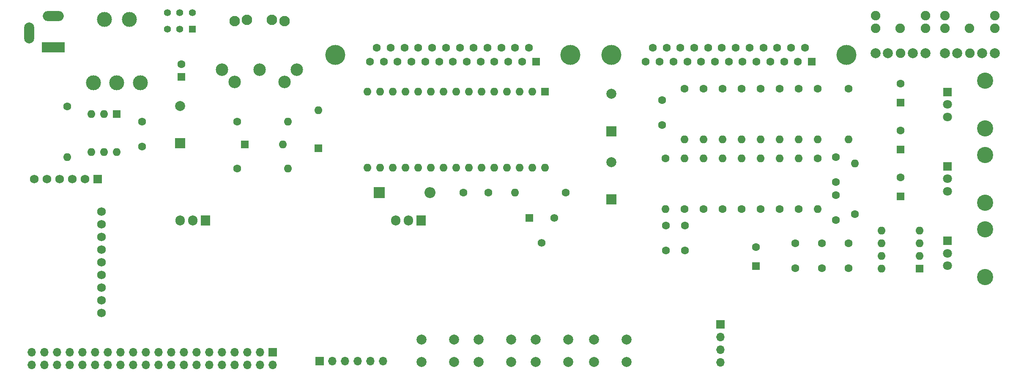
<source format=gbr>
%TF.GenerationSoftware,KiCad,Pcbnew,(6.0.10)*%
%TF.CreationDate,2023-01-11T22:52:15+03:00*%
%TF.ProjectId,my_pcb,6d795f70-6362-42e6-9b69-6361645f7063,rev?*%
%TF.SameCoordinates,Original*%
%TF.FileFunction,Soldermask,Bot*%
%TF.FilePolarity,Negative*%
%FSLAX46Y46*%
G04 Gerber Fmt 4.6, Leading zero omitted, Abs format (unit mm)*
G04 Created by KiCad (PCBNEW (6.0.10)) date 2023-01-11 22:52:15*
%MOMM*%
%LPD*%
G01*
G04 APERTURE LIST*
%ADD10R,1.600000X1.600000*%
%ADD11O,1.600000X1.600000*%
%ADD12C,2.000000*%
%ADD13C,1.600000*%
%ADD14R,1.700000X1.700000*%
%ADD15O,1.700000X1.700000*%
%ADD16C,3.240000*%
%ADD17R,1.800000X1.800000*%
%ADD18C,1.800000*%
%ADD19R,2.000000X2.000000*%
%ADD20R,1.560000X1.560000*%
%ADD21C,1.560000*%
%ADD22R,1.905000X2.000000*%
%ADD23O,1.905000X2.000000*%
%ADD24C,1.900000*%
%ADD25C,2.100000*%
%ADD26C,2.500000*%
%ADD27C,4.000000*%
%ADD28R,1.400000X1.400000*%
%ADD29C,1.400000*%
%ADD30R,1.750000X1.750000*%
%ADD31C,1.750000*%
%ADD32R,2.200000X2.200000*%
%ADD33O,2.200000X2.200000*%
%ADD34R,4.600000X2.000000*%
%ADD35O,4.200000X2.000000*%
%ADD36O,2.000000X4.200000*%
%ADD37C,3.000000*%
G04 APERTURE END LIST*
D10*
%TO.C,U2*%
X171970325Y-68936349D03*
D11*
X169430325Y-68936349D03*
X166890325Y-68936349D03*
X164350325Y-68936349D03*
X161810325Y-68936349D03*
X159270325Y-68936349D03*
X156730325Y-68936349D03*
X154190325Y-68936349D03*
X151650325Y-68936349D03*
X149110325Y-68936349D03*
X146570325Y-68936349D03*
X144030325Y-68936349D03*
X141490325Y-68936349D03*
X138950325Y-68936349D03*
X136410325Y-68936349D03*
X136410325Y-84176349D03*
X138950325Y-84176349D03*
X141490325Y-84176349D03*
X144030325Y-84176349D03*
X146570325Y-84176349D03*
X149110325Y-84176349D03*
X151650325Y-84176349D03*
X154190325Y-84176349D03*
X156730325Y-84176349D03*
X159270325Y-84176349D03*
X161810325Y-84176349D03*
X164350325Y-84176349D03*
X166890325Y-84176349D03*
X169430325Y-84176349D03*
X171970325Y-84176349D03*
%TD*%
D12*
%TO.C,SW6*%
X176617325Y-118629349D03*
X170117325Y-118629349D03*
X176617325Y-123129349D03*
X170117325Y-123129349D03*
%TD*%
D13*
%TO.C,R2*%
X110375325Y-84303349D03*
D11*
X120535325Y-84303349D03*
%TD*%
D13*
%TO.C,R4*%
X199910325Y-68301349D03*
D11*
X199910325Y-78461349D03*
%TD*%
D13*
%TO.C,C15*%
X230263325Y-94677349D03*
X230263325Y-89677349D03*
%TD*%
D14*
%TO.C,J9*%
X207149325Y-115555349D03*
D15*
X207149325Y-118095349D03*
X207149325Y-120635349D03*
X207149325Y-123175349D03*
%TD*%
D16*
%TO.C,RV2*%
X260105325Y-76276349D03*
X260105325Y-66676349D03*
D17*
X252605325Y-68976349D03*
D18*
X252605325Y-71476349D03*
X252605325Y-73976349D03*
%TD*%
D12*
%TO.C,SW3*%
X153757325Y-118629349D03*
X147257325Y-118629349D03*
X147257325Y-123129349D03*
X153757325Y-123129349D03*
%TD*%
D19*
%TO.C,C1*%
X98945325Y-79285026D03*
D12*
X98945325Y-71785026D03*
%TD*%
D13*
%TO.C,R16*%
X199910325Y-92431349D03*
D11*
X199910325Y-82271349D03*
%TD*%
D20*
%TO.C,RV3*%
X168835325Y-94255349D03*
D21*
X171335325Y-99255349D03*
X173835325Y-94255349D03*
%TD*%
D14*
%TO.C,J8*%
X126885325Y-122911349D03*
D15*
X129425325Y-122911349D03*
X131965325Y-122911349D03*
X134505325Y-122911349D03*
X137045325Y-122911349D03*
X139585325Y-122911349D03*
%TD*%
D13*
%TO.C,C12*%
X200037325Y-95773349D03*
X200037325Y-100773349D03*
%TD*%
%TO.C,R13*%
X222770325Y-68301349D03*
D11*
X222770325Y-78461349D03*
%TD*%
D13*
%TO.C,R22*%
X234073325Y-93447349D03*
D11*
X234073325Y-83287349D03*
%TD*%
D13*
%TO.C,R20*%
X211340325Y-92431349D03*
D11*
X211340325Y-82271349D03*
%TD*%
D13*
%TO.C,C17*%
X227469325Y-99329349D03*
X227469325Y-104329349D03*
%TD*%
%TO.C,R5*%
X215150325Y-68301349D03*
D11*
X215150325Y-78461349D03*
%TD*%
D13*
%TO.C,C16*%
X222135325Y-99329349D03*
X222135325Y-104329349D03*
%TD*%
%TO.C,R17*%
X203720325Y-92431349D03*
D11*
X203720325Y-82271349D03*
%TD*%
D22*
%TO.C,U3*%
X104000000Y-94717349D03*
D23*
X101460000Y-94717349D03*
X98920000Y-94717349D03*
%TD*%
D10*
%TO.C,C18*%
X243217325Y-89877953D03*
D13*
X243217325Y-86077953D03*
%TD*%
%TO.C,C5*%
X195465325Y-75627349D03*
X195465325Y-70627349D03*
%TD*%
%TO.C,R9*%
X203720325Y-68301349D03*
D11*
X203720325Y-78461349D03*
%TD*%
D13*
%TO.C,R12*%
X226580325Y-82271349D03*
D11*
X226580325Y-92431349D03*
%TD*%
D10*
%TO.C,U5*%
X247017325Y-104359349D03*
D11*
X247017325Y-101819349D03*
X247017325Y-99279349D03*
X247017325Y-96739349D03*
X239397325Y-96739349D03*
X239397325Y-99279349D03*
X239397325Y-101819349D03*
X239397325Y-104359349D03*
%TD*%
D22*
%TO.C,U4*%
X147205325Y-94717349D03*
D23*
X144665325Y-94717349D03*
X142125325Y-94717349D03*
%TD*%
D13*
%TO.C,R14*%
X218960325Y-68301349D03*
D11*
X218960325Y-78461349D03*
%TD*%
D13*
%TO.C,R3*%
X110375325Y-74905349D03*
D11*
X120535325Y-74905349D03*
%TD*%
D13*
%TO.C,C3*%
X91325325Y-79945349D03*
X91325325Y-74945349D03*
%TD*%
%TO.C,R18*%
X215150325Y-92431349D03*
D11*
X215150325Y-82271349D03*
%TD*%
D24*
%TO.C,J4*%
X257060325Y-61196349D03*
X262060325Y-53696349D03*
X252060325Y-53696349D03*
X252060325Y-56196349D03*
X262060325Y-56196349D03*
X256980325Y-56236349D03*
D12*
X262060325Y-61196349D03*
X259560325Y-61196349D03*
X254560325Y-61196349D03*
X252060325Y-61196349D03*
%TD*%
D13*
%TO.C,C6*%
X230263325Y-82017349D03*
X230263325Y-87017349D03*
%TD*%
D10*
%TO.C,C8*%
X243217325Y-71081953D03*
D13*
X243217325Y-67281953D03*
%TD*%
%TO.C,C9*%
X155627325Y-89129349D03*
X160627325Y-89129349D03*
%TD*%
%TO.C,R23*%
X218960325Y-92431349D03*
D11*
X218960325Y-82271349D03*
%TD*%
D12*
%TO.C,SW5*%
X181801325Y-118629349D03*
X188301325Y-118629349D03*
X181801325Y-123129349D03*
X188301325Y-123129349D03*
%TD*%
D16*
%TO.C,RV4*%
X260105325Y-106121349D03*
X260105325Y-96521349D03*
D17*
X252605325Y-98821349D03*
D18*
X252605325Y-101321349D03*
X252605325Y-103821349D03*
%TD*%
D25*
%TO.C,J6*%
X109820325Y-54791349D03*
X112320325Y-54491349D03*
X117320325Y-54491349D03*
X119820325Y-54791349D03*
D26*
X107320325Y-64491349D03*
X114820325Y-64491349D03*
X122320325Y-64491349D03*
X109820325Y-66991349D03*
X119820325Y-66991349D03*
%TD*%
D10*
%TO.C,C2*%
X99199325Y-65950462D03*
D13*
X99199325Y-63450462D03*
%TD*%
D16*
%TO.C,RV1*%
X260105325Y-81598849D03*
X260105325Y-91198849D03*
D17*
X252605325Y-83898849D03*
D18*
X252605325Y-86398849D03*
X252605325Y-88898849D03*
%TD*%
D13*
%TO.C,R21*%
X222770325Y-92431349D03*
D11*
X222770325Y-82271349D03*
%TD*%
D10*
%TO.C,C7*%
X243217325Y-80479953D03*
D13*
X243217325Y-76679953D03*
%TD*%
D27*
%TO.C,J2*%
X130010325Y-61511680D03*
X177110325Y-61511680D03*
D10*
X170180325Y-62931680D03*
D13*
X167410325Y-62931680D03*
X164640325Y-62931680D03*
X161870325Y-62931680D03*
X159100325Y-62931680D03*
X156330325Y-62931680D03*
X153560325Y-62931680D03*
X150790325Y-62931680D03*
X148020325Y-62931680D03*
X145250325Y-62931680D03*
X142480325Y-62931680D03*
X139710325Y-62931680D03*
X136940325Y-62931680D03*
X168795325Y-60091680D03*
X166025325Y-60091680D03*
X163255325Y-60091680D03*
X160485325Y-60091680D03*
X157715325Y-60091680D03*
X154945325Y-60091680D03*
X152175325Y-60091680D03*
X149405325Y-60091680D03*
X146635325Y-60091680D03*
X143865325Y-60091680D03*
X141095325Y-60091680D03*
X138325325Y-60091680D03*
%TD*%
D12*
%TO.C,SW4*%
X158687325Y-118629349D03*
X165187325Y-118629349D03*
X165187325Y-123129349D03*
X158687325Y-123129349D03*
%TD*%
D13*
%TO.C,R1*%
X76339325Y-71857349D03*
D11*
X76339325Y-82017349D03*
%TD*%
D27*
%TO.C,J3*%
X185255325Y-61511680D03*
X232355325Y-61511680D03*
D10*
X225425325Y-62931680D03*
D13*
X222655325Y-62931680D03*
X219885325Y-62931680D03*
X217115325Y-62931680D03*
X214345325Y-62931680D03*
X211575325Y-62931680D03*
X208805325Y-62931680D03*
X206035325Y-62931680D03*
X203265325Y-62931680D03*
X200495325Y-62931680D03*
X197725325Y-62931680D03*
X194955325Y-62931680D03*
X192185325Y-62931680D03*
X224040325Y-60091680D03*
X221270325Y-60091680D03*
X218500325Y-60091680D03*
X215730325Y-60091680D03*
X212960325Y-60091680D03*
X210190325Y-60091680D03*
X207420325Y-60091680D03*
X204650325Y-60091680D03*
X201880325Y-60091680D03*
X199110325Y-60091680D03*
X196340325Y-60091680D03*
X193570325Y-60091680D03*
%TD*%
D28*
%TO.C,SW2*%
X101352825Y-56348349D03*
D29*
X98852825Y-56348349D03*
X96352825Y-56348349D03*
X101352825Y-53048349D03*
X98852825Y-53048349D03*
X96352825Y-53048349D03*
%TD*%
D30*
%TO.C,J7*%
X82447325Y-86439349D03*
D31*
X79907325Y-86439349D03*
X77367325Y-86439349D03*
X74827325Y-86439349D03*
X72287325Y-86439349D03*
X69747325Y-86439349D03*
X83197325Y-92939349D03*
X83197325Y-95479349D03*
X83197325Y-98019349D03*
X83197325Y-100559349D03*
X83197325Y-103099349D03*
X83197325Y-105639349D03*
X83197325Y-108179349D03*
X83197325Y-110719349D03*
X83197325Y-113259349D03*
%TD*%
D32*
%TO.C,D3*%
X138823325Y-89129349D03*
D33*
X148983325Y-89129349D03*
%TD*%
D24*
%TO.C,J5*%
X243170325Y-61196349D03*
X248170325Y-53696349D03*
X248170325Y-56196349D03*
X238170325Y-56196349D03*
X238170325Y-53696349D03*
X243090325Y-56236349D03*
D12*
X248170325Y-61196349D03*
X245670325Y-61196349D03*
X240670325Y-61196349D03*
X238170325Y-61196349D03*
%TD*%
D13*
%TO.C,R10*%
X232803325Y-68301349D03*
D11*
X232803325Y-78461349D03*
%TD*%
D10*
%TO.C,D2*%
X126631325Y-80239349D03*
D11*
X126631325Y-72619349D03*
%TD*%
D10*
%TO.C,C13*%
X214261325Y-103886000D03*
D13*
X214261325Y-100086000D03*
%TD*%
D34*
%TO.C,J1*%
X73545325Y-60046349D03*
D35*
X73545325Y-53746349D03*
D36*
X68745325Y-57146349D03*
%TD*%
D13*
%TO.C,R19*%
X207530325Y-92431349D03*
D11*
X207530325Y-82271349D03*
%TD*%
D13*
%TO.C,R8*%
X196100325Y-82271349D03*
D11*
X196100325Y-92431349D03*
%TD*%
D13*
%TO.C,R15*%
X176161325Y-89129349D03*
D11*
X166001325Y-89129349D03*
%TD*%
D13*
%TO.C,C14*%
X232803325Y-99329349D03*
X232803325Y-104329349D03*
%TD*%
%TO.C,R7*%
X207530325Y-68301349D03*
D11*
X207530325Y-78461349D03*
%TD*%
D13*
%TO.C,R11*%
X226580325Y-68301349D03*
D11*
X226580325Y-78461349D03*
%TD*%
D13*
%TO.C,C11*%
X196227325Y-100773349D03*
X196227325Y-95773349D03*
%TD*%
D19*
%TO.C,C4*%
X185305325Y-76866703D03*
D12*
X185305325Y-69366703D03*
%TD*%
D10*
%TO.C,U1*%
X86230325Y-73391349D03*
D11*
X83690325Y-73391349D03*
X81150325Y-73391349D03*
X81150325Y-81011349D03*
X83690325Y-81011349D03*
X86230325Y-81011349D03*
%TD*%
D19*
%TO.C,C10*%
X185305325Y-90550765D03*
D12*
X185305325Y-83050765D03*
%TD*%
D14*
%TO.C,Pi1*%
X117482325Y-121128349D03*
D15*
X117482325Y-123668349D03*
X114942325Y-121128349D03*
X114942325Y-123668349D03*
X112402325Y-121128349D03*
X112402325Y-123668349D03*
X109862325Y-121128349D03*
X109862325Y-123668349D03*
X107322325Y-121128349D03*
X107322325Y-123668349D03*
X104782325Y-121128349D03*
X104782325Y-123668349D03*
X102242325Y-121128349D03*
X102242325Y-123668349D03*
X99702325Y-121128349D03*
X99702325Y-123668349D03*
X97162325Y-121128349D03*
X97162325Y-123668349D03*
X94622325Y-121128349D03*
X94622325Y-123668349D03*
X92082325Y-121128349D03*
X92082325Y-123668349D03*
X89542325Y-121128349D03*
X89542325Y-123668349D03*
X87002325Y-121128349D03*
X87002325Y-123668349D03*
X84462325Y-121128349D03*
X84462325Y-123668349D03*
X81922325Y-121128349D03*
X81922325Y-123668349D03*
X79382325Y-121128349D03*
X79382325Y-123668349D03*
X76842325Y-121128349D03*
X76842325Y-123668349D03*
X74302325Y-121128349D03*
X74302325Y-123668349D03*
X71762325Y-121128349D03*
X71762325Y-123668349D03*
X69222325Y-121128349D03*
X69222325Y-123668349D03*
%TD*%
D13*
%TO.C,R6*%
X211340325Y-68301349D03*
D11*
X211340325Y-78461349D03*
%TD*%
D37*
%TO.C,SW1*%
X88745325Y-54435349D03*
X83745325Y-54435349D03*
X90945325Y-67135349D03*
X86245325Y-67135349D03*
X81545325Y-67135349D03*
%TD*%
D10*
%TO.C,D1*%
X111899325Y-79477349D03*
D11*
X119519325Y-79477349D03*
%TD*%
M02*

</source>
